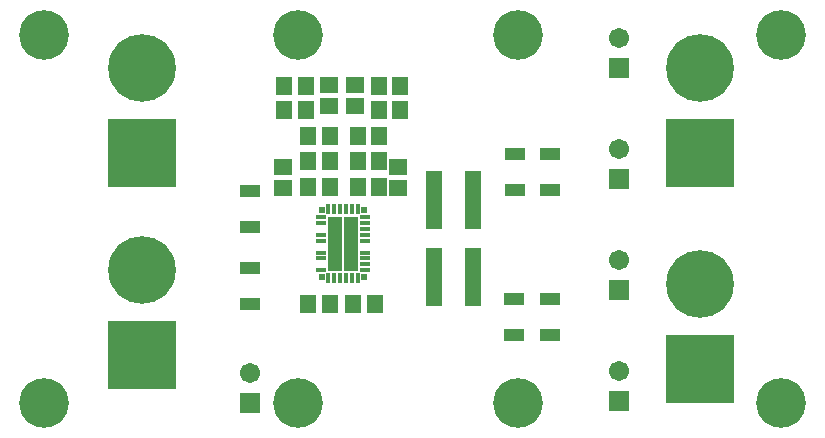
<source format=gts>
G04*
G04 #@! TF.GenerationSoftware,Altium Limited,Altium Designer,20.0.8 (157)*
G04*
G04 Layer_Color=8388736*
%FSLAX24Y24*%
%MOIN*%
G70*
G01*
G75*
%ADD23R,0.0228X0.0228*%
%ADD24R,0.0513X0.0604*%
%ADD25R,0.0178X0.0356*%
%ADD26R,0.0356X0.0178*%
%ADD27R,0.0710X0.0430*%
%ADD28R,0.0552X0.0631*%
%ADD29R,0.0631X0.0552*%
%ADD30R,0.0540X0.1930*%
%ADD31R,0.0671X0.0671*%
%ADD32C,0.0671*%
%ADD33C,0.2252*%
%ADD34R,0.2252X0.2252*%
%ADD35C,0.1655*%
D23*
X35738Y25694D02*
D03*
X37166D02*
D03*
Y27909D02*
D03*
X35738D02*
D03*
D24*
X36708Y26199D02*
D03*
X36196D02*
D03*
X36708Y27404D02*
D03*
X36196D02*
D03*
X36708Y26802D02*
D03*
X36196D02*
D03*
D25*
X35960Y27943D02*
D03*
X36157D02*
D03*
X36354D02*
D03*
X36550D02*
D03*
X36747D02*
D03*
X36944D02*
D03*
Y25660D02*
D03*
X36747D02*
D03*
X36550D02*
D03*
X36354D02*
D03*
X36157D02*
D03*
X35960D02*
D03*
D26*
X37200Y27687D02*
D03*
Y27491D02*
D03*
Y27294D02*
D03*
Y27097D02*
D03*
Y26900D02*
D03*
Y26506D02*
D03*
Y26309D02*
D03*
Y26113D02*
D03*
Y25916D02*
D03*
X35704D02*
D03*
Y26309D02*
D03*
Y26506D02*
D03*
Y26900D02*
D03*
Y27097D02*
D03*
Y27491D02*
D03*
Y27687D02*
D03*
D27*
X42200Y29800D02*
D03*
Y28600D02*
D03*
X43350Y29800D02*
D03*
Y28600D02*
D03*
X33350Y24800D02*
D03*
Y26000D02*
D03*
Y28550D02*
D03*
Y27350D02*
D03*
X43350Y23750D02*
D03*
Y24950D02*
D03*
X42150Y23750D02*
D03*
Y24950D02*
D03*
D28*
X37504Y24800D02*
D03*
X36796D02*
D03*
X36004D02*
D03*
X35296D02*
D03*
X36946Y28700D02*
D03*
X37654D02*
D03*
X36004D02*
D03*
X35296D02*
D03*
X37654Y29550D02*
D03*
X36946D02*
D03*
X35296D02*
D03*
X36004D02*
D03*
X37654Y30400D02*
D03*
X36946D02*
D03*
X35296D02*
D03*
X36004D02*
D03*
X38354Y32065D02*
D03*
X37646D02*
D03*
X34496D02*
D03*
X35204D02*
D03*
Y31250D02*
D03*
X34496D02*
D03*
X38354D02*
D03*
X37646D02*
D03*
D29*
X38300Y28646D02*
D03*
Y29354D02*
D03*
X34450D02*
D03*
Y28646D02*
D03*
X36000Y31396D02*
D03*
Y32104D02*
D03*
X36850Y31396D02*
D03*
Y32104D02*
D03*
D30*
X39500Y28250D02*
D03*
X40800D02*
D03*
Y25700D02*
D03*
X39500D02*
D03*
D31*
X45650Y25250D02*
D03*
Y28950D02*
D03*
Y21550D02*
D03*
Y32650D02*
D03*
X33350Y21500D02*
D03*
D32*
X45650Y26250D02*
D03*
Y29950D02*
D03*
Y22550D02*
D03*
Y33650D02*
D03*
X33350Y22500D02*
D03*
D33*
X29750Y32667D02*
D03*
Y25917D02*
D03*
X48350Y32667D02*
D03*
Y25467D02*
D03*
D34*
X29750Y29833D02*
D03*
Y23083D02*
D03*
X48350Y29833D02*
D03*
Y22633D02*
D03*
D35*
X34950Y33750D02*
D03*
Y21500D02*
D03*
X51050D02*
D03*
Y33750D02*
D03*
X42300Y21500D02*
D03*
Y33750D02*
D03*
X26500D02*
D03*
Y21500D02*
D03*
M02*

</source>
